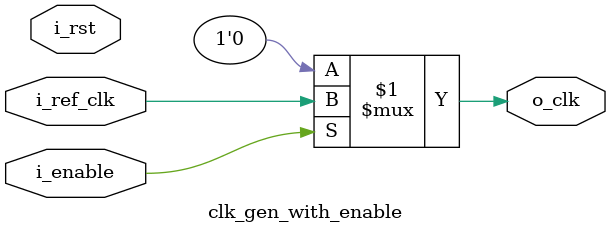
<source format=sv>
module clk_gen_with_enable(
    input i_ref_clk,   // Reference clock input
    input i_rst,       // Active high reset
    input i_enable,    // Module enable
    output o_clk       // Clock output
);
    assign o_clk = i_enable ? i_ref_clk : 1'b0;
endmodule
</source>
